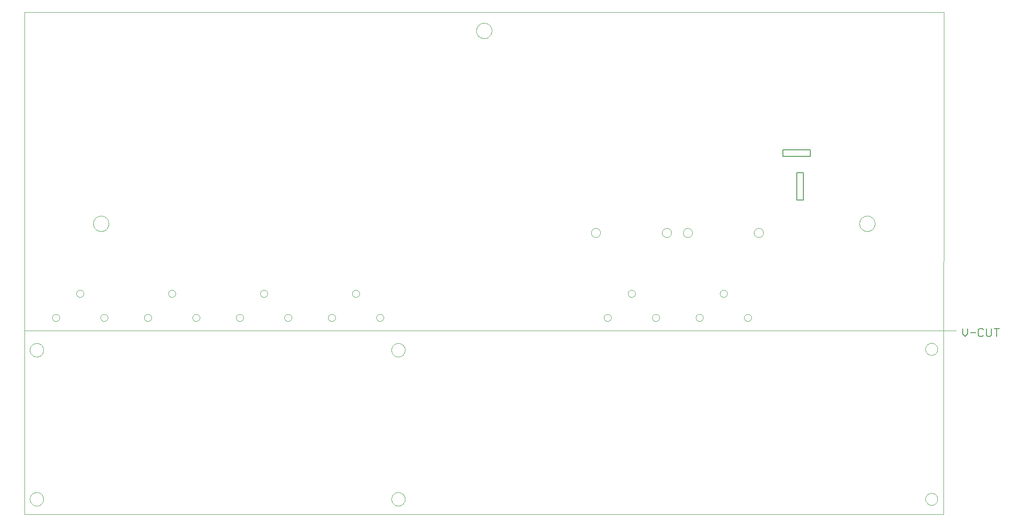
<source format=gbp>
G75*
%MOIN*%
%OFA0B0*%
%FSLAX24Y24*%
%IPPOS*%
%LPD*%
%AMOC8*
5,1,8,0,0,1.08239X$1,22.5*
%
%ADD10C,0.0000*%
%ADD11C,0.0060*%
%ADD12C,0.0050*%
D10*
X000500Y000250D02*
X000500Y015250D01*
X076500Y015250D01*
X074008Y013750D02*
X074010Y013794D01*
X074016Y013838D01*
X074026Y013881D01*
X074039Y013923D01*
X074057Y013963D01*
X074078Y014002D01*
X074102Y014039D01*
X074129Y014074D01*
X074160Y014106D01*
X074193Y014135D01*
X074229Y014161D01*
X074267Y014183D01*
X074307Y014202D01*
X074348Y014218D01*
X074391Y014230D01*
X074434Y014238D01*
X074478Y014242D01*
X074522Y014242D01*
X074566Y014238D01*
X074609Y014230D01*
X074652Y014218D01*
X074693Y014202D01*
X074733Y014183D01*
X074771Y014161D01*
X074807Y014135D01*
X074840Y014106D01*
X074871Y014074D01*
X074898Y014039D01*
X074922Y014002D01*
X074943Y013963D01*
X074961Y013923D01*
X074974Y013881D01*
X074984Y013838D01*
X074990Y013794D01*
X074992Y013750D01*
X074990Y013706D01*
X074984Y013662D01*
X074974Y013619D01*
X074961Y013577D01*
X074943Y013537D01*
X074922Y013498D01*
X074898Y013461D01*
X074871Y013426D01*
X074840Y013394D01*
X074807Y013365D01*
X074771Y013339D01*
X074733Y013317D01*
X074693Y013298D01*
X074652Y013282D01*
X074609Y013270D01*
X074566Y013262D01*
X074522Y013258D01*
X074478Y013258D01*
X074434Y013262D01*
X074391Y013270D01*
X074348Y013282D01*
X074307Y013298D01*
X074267Y013317D01*
X074229Y013339D01*
X074193Y013365D01*
X074160Y013394D01*
X074129Y013426D01*
X074102Y013461D01*
X074078Y013498D01*
X074057Y013537D01*
X074039Y013577D01*
X074026Y013619D01*
X074016Y013662D01*
X074010Y013706D01*
X074008Y013750D01*
X059213Y016313D02*
X059215Y016347D01*
X059221Y016381D01*
X059231Y016414D01*
X059244Y016445D01*
X059262Y016475D01*
X059282Y016503D01*
X059306Y016528D01*
X059332Y016550D01*
X059360Y016568D01*
X059391Y016584D01*
X059423Y016596D01*
X059457Y016604D01*
X059491Y016608D01*
X059525Y016608D01*
X059559Y016604D01*
X059593Y016596D01*
X059625Y016584D01*
X059655Y016568D01*
X059684Y016550D01*
X059710Y016528D01*
X059734Y016503D01*
X059754Y016475D01*
X059772Y016445D01*
X059785Y016414D01*
X059795Y016381D01*
X059801Y016347D01*
X059803Y016313D01*
X059801Y016279D01*
X059795Y016245D01*
X059785Y016212D01*
X059772Y016181D01*
X059754Y016151D01*
X059734Y016123D01*
X059710Y016098D01*
X059684Y016076D01*
X059656Y016058D01*
X059625Y016042D01*
X059593Y016030D01*
X059559Y016022D01*
X059525Y016018D01*
X059491Y016018D01*
X059457Y016022D01*
X059423Y016030D01*
X059391Y016042D01*
X059360Y016058D01*
X059332Y016076D01*
X059306Y016098D01*
X059282Y016123D01*
X059262Y016151D01*
X059244Y016181D01*
X059231Y016212D01*
X059221Y016245D01*
X059215Y016279D01*
X059213Y016313D01*
X055276Y016313D02*
X055278Y016347D01*
X055284Y016381D01*
X055294Y016414D01*
X055307Y016445D01*
X055325Y016475D01*
X055345Y016503D01*
X055369Y016528D01*
X055395Y016550D01*
X055423Y016568D01*
X055454Y016584D01*
X055486Y016596D01*
X055520Y016604D01*
X055554Y016608D01*
X055588Y016608D01*
X055622Y016604D01*
X055656Y016596D01*
X055688Y016584D01*
X055718Y016568D01*
X055747Y016550D01*
X055773Y016528D01*
X055797Y016503D01*
X055817Y016475D01*
X055835Y016445D01*
X055848Y016414D01*
X055858Y016381D01*
X055864Y016347D01*
X055866Y016313D01*
X055864Y016279D01*
X055858Y016245D01*
X055848Y016212D01*
X055835Y016181D01*
X055817Y016151D01*
X055797Y016123D01*
X055773Y016098D01*
X055747Y016076D01*
X055719Y016058D01*
X055688Y016042D01*
X055656Y016030D01*
X055622Y016022D01*
X055588Y016018D01*
X055554Y016018D01*
X055520Y016022D01*
X055486Y016030D01*
X055454Y016042D01*
X055423Y016058D01*
X055395Y016076D01*
X055369Y016098D01*
X055345Y016123D01*
X055325Y016151D01*
X055307Y016181D01*
X055294Y016212D01*
X055284Y016245D01*
X055278Y016279D01*
X055276Y016313D01*
X051713Y016313D02*
X051715Y016347D01*
X051721Y016381D01*
X051731Y016414D01*
X051744Y016445D01*
X051762Y016475D01*
X051782Y016503D01*
X051806Y016528D01*
X051832Y016550D01*
X051860Y016568D01*
X051891Y016584D01*
X051923Y016596D01*
X051957Y016604D01*
X051991Y016608D01*
X052025Y016608D01*
X052059Y016604D01*
X052093Y016596D01*
X052125Y016584D01*
X052155Y016568D01*
X052184Y016550D01*
X052210Y016528D01*
X052234Y016503D01*
X052254Y016475D01*
X052272Y016445D01*
X052285Y016414D01*
X052295Y016381D01*
X052301Y016347D01*
X052303Y016313D01*
X052301Y016279D01*
X052295Y016245D01*
X052285Y016212D01*
X052272Y016181D01*
X052254Y016151D01*
X052234Y016123D01*
X052210Y016098D01*
X052184Y016076D01*
X052156Y016058D01*
X052125Y016042D01*
X052093Y016030D01*
X052059Y016022D01*
X052025Y016018D01*
X051991Y016018D01*
X051957Y016022D01*
X051923Y016030D01*
X051891Y016042D01*
X051860Y016058D01*
X051832Y016076D01*
X051806Y016098D01*
X051782Y016123D01*
X051762Y016151D01*
X051744Y016181D01*
X051731Y016212D01*
X051721Y016245D01*
X051715Y016279D01*
X051713Y016313D01*
X049744Y018281D02*
X049746Y018315D01*
X049752Y018349D01*
X049762Y018382D01*
X049775Y018413D01*
X049793Y018443D01*
X049813Y018471D01*
X049837Y018496D01*
X049863Y018518D01*
X049891Y018536D01*
X049922Y018552D01*
X049954Y018564D01*
X049988Y018572D01*
X050022Y018576D01*
X050056Y018576D01*
X050090Y018572D01*
X050124Y018564D01*
X050156Y018552D01*
X050186Y018536D01*
X050215Y018518D01*
X050241Y018496D01*
X050265Y018471D01*
X050285Y018443D01*
X050303Y018413D01*
X050316Y018382D01*
X050326Y018349D01*
X050332Y018315D01*
X050334Y018281D01*
X050332Y018247D01*
X050326Y018213D01*
X050316Y018180D01*
X050303Y018149D01*
X050285Y018119D01*
X050265Y018091D01*
X050241Y018066D01*
X050215Y018044D01*
X050187Y018026D01*
X050156Y018010D01*
X050124Y017998D01*
X050090Y017990D01*
X050056Y017986D01*
X050022Y017986D01*
X049988Y017990D01*
X049954Y017998D01*
X049922Y018010D01*
X049891Y018026D01*
X049863Y018044D01*
X049837Y018066D01*
X049813Y018091D01*
X049793Y018119D01*
X049775Y018149D01*
X049762Y018180D01*
X049752Y018213D01*
X049746Y018247D01*
X049744Y018281D01*
X047776Y016313D02*
X047778Y016347D01*
X047784Y016381D01*
X047794Y016414D01*
X047807Y016445D01*
X047825Y016475D01*
X047845Y016503D01*
X047869Y016528D01*
X047895Y016550D01*
X047923Y016568D01*
X047954Y016584D01*
X047986Y016596D01*
X048020Y016604D01*
X048054Y016608D01*
X048088Y016608D01*
X048122Y016604D01*
X048156Y016596D01*
X048188Y016584D01*
X048218Y016568D01*
X048247Y016550D01*
X048273Y016528D01*
X048297Y016503D01*
X048317Y016475D01*
X048335Y016445D01*
X048348Y016414D01*
X048358Y016381D01*
X048364Y016347D01*
X048366Y016313D01*
X048364Y016279D01*
X048358Y016245D01*
X048348Y016212D01*
X048335Y016181D01*
X048317Y016151D01*
X048297Y016123D01*
X048273Y016098D01*
X048247Y016076D01*
X048219Y016058D01*
X048188Y016042D01*
X048156Y016030D01*
X048122Y016022D01*
X048088Y016018D01*
X048054Y016018D01*
X048020Y016022D01*
X047986Y016030D01*
X047954Y016042D01*
X047923Y016058D01*
X047895Y016076D01*
X047869Y016098D01*
X047845Y016123D01*
X047825Y016151D01*
X047807Y016181D01*
X047794Y016212D01*
X047784Y016245D01*
X047778Y016279D01*
X047776Y016313D01*
X057244Y018281D02*
X057246Y018315D01*
X057252Y018349D01*
X057262Y018382D01*
X057275Y018413D01*
X057293Y018443D01*
X057313Y018471D01*
X057337Y018496D01*
X057363Y018518D01*
X057391Y018536D01*
X057422Y018552D01*
X057454Y018564D01*
X057488Y018572D01*
X057522Y018576D01*
X057556Y018576D01*
X057590Y018572D01*
X057624Y018564D01*
X057656Y018552D01*
X057686Y018536D01*
X057715Y018518D01*
X057741Y018496D01*
X057765Y018471D01*
X057785Y018443D01*
X057803Y018413D01*
X057816Y018382D01*
X057826Y018349D01*
X057832Y018315D01*
X057834Y018281D01*
X057832Y018247D01*
X057826Y018213D01*
X057816Y018180D01*
X057803Y018149D01*
X057785Y018119D01*
X057765Y018091D01*
X057741Y018066D01*
X057715Y018044D01*
X057687Y018026D01*
X057656Y018010D01*
X057624Y017998D01*
X057590Y017990D01*
X057556Y017986D01*
X057522Y017986D01*
X057488Y017990D01*
X057454Y017998D01*
X057422Y018010D01*
X057391Y018026D01*
X057363Y018044D01*
X057337Y018066D01*
X057313Y018091D01*
X057293Y018119D01*
X057275Y018149D01*
X057262Y018180D01*
X057252Y018213D01*
X057246Y018247D01*
X057244Y018281D01*
X054231Y023250D02*
X054233Y023288D01*
X054239Y023327D01*
X054249Y023364D01*
X054262Y023400D01*
X054280Y023434D01*
X054300Y023467D01*
X054324Y023497D01*
X054351Y023524D01*
X054381Y023549D01*
X054412Y023571D01*
X054446Y023589D01*
X054482Y023603D01*
X054519Y023614D01*
X054557Y023621D01*
X054595Y023624D01*
X054634Y023623D01*
X054672Y023618D01*
X054710Y023609D01*
X054746Y023596D01*
X054781Y023580D01*
X054814Y023560D01*
X054845Y023537D01*
X054873Y023511D01*
X054898Y023482D01*
X054921Y023451D01*
X054940Y023417D01*
X054955Y023382D01*
X054967Y023345D01*
X054975Y023308D01*
X054979Y023269D01*
X054979Y023231D01*
X054975Y023192D01*
X054967Y023155D01*
X054955Y023118D01*
X054940Y023083D01*
X054921Y023049D01*
X054898Y023018D01*
X054873Y022989D01*
X054845Y022963D01*
X054814Y022940D01*
X054781Y022920D01*
X054746Y022904D01*
X054710Y022891D01*
X054672Y022882D01*
X054634Y022877D01*
X054595Y022876D01*
X054557Y022879D01*
X054519Y022886D01*
X054482Y022897D01*
X054446Y022911D01*
X054412Y022929D01*
X054381Y022951D01*
X054351Y022976D01*
X054324Y023003D01*
X054300Y023033D01*
X054280Y023066D01*
X054262Y023100D01*
X054249Y023136D01*
X054239Y023173D01*
X054233Y023212D01*
X054231Y023250D01*
X052521Y023250D02*
X052523Y023288D01*
X052529Y023327D01*
X052539Y023364D01*
X052552Y023400D01*
X052570Y023434D01*
X052590Y023467D01*
X052614Y023497D01*
X052641Y023524D01*
X052671Y023549D01*
X052702Y023571D01*
X052736Y023589D01*
X052772Y023603D01*
X052809Y023614D01*
X052847Y023621D01*
X052885Y023624D01*
X052924Y023623D01*
X052962Y023618D01*
X053000Y023609D01*
X053036Y023596D01*
X053071Y023580D01*
X053104Y023560D01*
X053135Y023537D01*
X053163Y023511D01*
X053188Y023482D01*
X053211Y023451D01*
X053230Y023417D01*
X053245Y023382D01*
X053257Y023345D01*
X053265Y023308D01*
X053269Y023269D01*
X053269Y023231D01*
X053265Y023192D01*
X053257Y023155D01*
X053245Y023118D01*
X053230Y023083D01*
X053211Y023049D01*
X053188Y023018D01*
X053163Y022989D01*
X053135Y022963D01*
X053104Y022940D01*
X053071Y022920D01*
X053036Y022904D01*
X053000Y022891D01*
X052962Y022882D01*
X052924Y022877D01*
X052885Y022876D01*
X052847Y022879D01*
X052809Y022886D01*
X052772Y022897D01*
X052736Y022911D01*
X052702Y022929D01*
X052671Y022951D01*
X052641Y022976D01*
X052614Y023003D01*
X052590Y023033D01*
X052570Y023066D01*
X052552Y023100D01*
X052539Y023136D01*
X052529Y023173D01*
X052523Y023212D01*
X052521Y023250D01*
X046731Y023250D02*
X046733Y023288D01*
X046739Y023327D01*
X046749Y023364D01*
X046762Y023400D01*
X046780Y023434D01*
X046800Y023467D01*
X046824Y023497D01*
X046851Y023524D01*
X046881Y023549D01*
X046912Y023571D01*
X046946Y023589D01*
X046982Y023603D01*
X047019Y023614D01*
X047057Y023621D01*
X047095Y023624D01*
X047134Y023623D01*
X047172Y023618D01*
X047210Y023609D01*
X047246Y023596D01*
X047281Y023580D01*
X047314Y023560D01*
X047345Y023537D01*
X047373Y023511D01*
X047398Y023482D01*
X047421Y023451D01*
X047440Y023417D01*
X047455Y023382D01*
X047467Y023345D01*
X047475Y023308D01*
X047479Y023269D01*
X047479Y023231D01*
X047475Y023192D01*
X047467Y023155D01*
X047455Y023118D01*
X047440Y023083D01*
X047421Y023049D01*
X047398Y023018D01*
X047373Y022989D01*
X047345Y022963D01*
X047314Y022940D01*
X047281Y022920D01*
X047246Y022904D01*
X047210Y022891D01*
X047172Y022882D01*
X047134Y022877D01*
X047095Y022876D01*
X047057Y022879D01*
X047019Y022886D01*
X046982Y022897D01*
X046946Y022911D01*
X046912Y022929D01*
X046881Y022951D01*
X046851Y022976D01*
X046824Y023003D01*
X046800Y023033D01*
X046780Y023066D01*
X046762Y023100D01*
X046749Y023136D01*
X046739Y023173D01*
X046733Y023212D01*
X046731Y023250D01*
X060021Y023250D02*
X060023Y023288D01*
X060029Y023327D01*
X060039Y023364D01*
X060052Y023400D01*
X060070Y023434D01*
X060090Y023467D01*
X060114Y023497D01*
X060141Y023524D01*
X060171Y023549D01*
X060202Y023571D01*
X060236Y023589D01*
X060272Y023603D01*
X060309Y023614D01*
X060347Y023621D01*
X060385Y023624D01*
X060424Y023623D01*
X060462Y023618D01*
X060500Y023609D01*
X060536Y023596D01*
X060571Y023580D01*
X060604Y023560D01*
X060635Y023537D01*
X060663Y023511D01*
X060688Y023482D01*
X060711Y023451D01*
X060730Y023417D01*
X060745Y023382D01*
X060757Y023345D01*
X060765Y023308D01*
X060769Y023269D01*
X060769Y023231D01*
X060765Y023192D01*
X060757Y023155D01*
X060745Y023118D01*
X060730Y023083D01*
X060711Y023049D01*
X060688Y023018D01*
X060663Y022989D01*
X060635Y022963D01*
X060604Y022940D01*
X060571Y022920D01*
X060536Y022904D01*
X060500Y022891D01*
X060462Y022882D01*
X060424Y022877D01*
X060385Y022876D01*
X060347Y022879D01*
X060309Y022886D01*
X060272Y022897D01*
X060236Y022911D01*
X060202Y022929D01*
X060171Y022951D01*
X060141Y022976D01*
X060114Y023003D01*
X060090Y023033D01*
X060070Y023066D01*
X060052Y023100D01*
X060039Y023136D01*
X060029Y023173D01*
X060023Y023212D01*
X060021Y023250D01*
X068620Y024000D02*
X068622Y024050D01*
X068628Y024100D01*
X068638Y024149D01*
X068652Y024197D01*
X068669Y024244D01*
X068690Y024289D01*
X068715Y024333D01*
X068743Y024374D01*
X068775Y024413D01*
X068809Y024450D01*
X068846Y024484D01*
X068886Y024514D01*
X068928Y024541D01*
X068972Y024565D01*
X069018Y024586D01*
X069065Y024602D01*
X069113Y024615D01*
X069163Y024624D01*
X069212Y024629D01*
X069263Y024630D01*
X069313Y024627D01*
X069362Y024620D01*
X069411Y024609D01*
X069459Y024594D01*
X069505Y024576D01*
X069550Y024554D01*
X069593Y024528D01*
X069634Y024499D01*
X069673Y024467D01*
X069709Y024432D01*
X069741Y024394D01*
X069771Y024354D01*
X069798Y024311D01*
X069821Y024267D01*
X069840Y024221D01*
X069856Y024173D01*
X069868Y024124D01*
X069876Y024075D01*
X069880Y024025D01*
X069880Y023975D01*
X069876Y023925D01*
X069868Y023876D01*
X069856Y023827D01*
X069840Y023779D01*
X069821Y023733D01*
X069798Y023689D01*
X069771Y023646D01*
X069741Y023606D01*
X069709Y023568D01*
X069673Y023533D01*
X069634Y023501D01*
X069593Y023472D01*
X069550Y023446D01*
X069505Y023424D01*
X069459Y023406D01*
X069411Y023391D01*
X069362Y023380D01*
X069313Y023373D01*
X069263Y023370D01*
X069212Y023371D01*
X069163Y023376D01*
X069113Y023385D01*
X069065Y023398D01*
X069018Y023414D01*
X068972Y023435D01*
X068928Y023459D01*
X068886Y023486D01*
X068846Y023516D01*
X068809Y023550D01*
X068775Y023587D01*
X068743Y023626D01*
X068715Y023667D01*
X068690Y023711D01*
X068669Y023756D01*
X068652Y023803D01*
X068638Y023851D01*
X068628Y023900D01*
X068622Y023950D01*
X068620Y024000D01*
X037370Y039750D02*
X037372Y039800D01*
X037378Y039850D01*
X037388Y039899D01*
X037402Y039947D01*
X037419Y039994D01*
X037440Y040039D01*
X037465Y040083D01*
X037493Y040124D01*
X037525Y040163D01*
X037559Y040200D01*
X037596Y040234D01*
X037636Y040264D01*
X037678Y040291D01*
X037722Y040315D01*
X037768Y040336D01*
X037815Y040352D01*
X037863Y040365D01*
X037913Y040374D01*
X037962Y040379D01*
X038013Y040380D01*
X038063Y040377D01*
X038112Y040370D01*
X038161Y040359D01*
X038209Y040344D01*
X038255Y040326D01*
X038300Y040304D01*
X038343Y040278D01*
X038384Y040249D01*
X038423Y040217D01*
X038459Y040182D01*
X038491Y040144D01*
X038521Y040104D01*
X038548Y040061D01*
X038571Y040017D01*
X038590Y039971D01*
X038606Y039923D01*
X038618Y039874D01*
X038626Y039825D01*
X038630Y039775D01*
X038630Y039725D01*
X038626Y039675D01*
X038618Y039626D01*
X038606Y039577D01*
X038590Y039529D01*
X038571Y039483D01*
X038548Y039439D01*
X038521Y039396D01*
X038491Y039356D01*
X038459Y039318D01*
X038423Y039283D01*
X038384Y039251D01*
X038343Y039222D01*
X038300Y039196D01*
X038255Y039174D01*
X038209Y039156D01*
X038161Y039141D01*
X038112Y039130D01*
X038063Y039123D01*
X038013Y039120D01*
X037962Y039121D01*
X037913Y039126D01*
X037863Y039135D01*
X037815Y039148D01*
X037768Y039164D01*
X037722Y039185D01*
X037678Y039209D01*
X037636Y039236D01*
X037596Y039266D01*
X037559Y039300D01*
X037525Y039337D01*
X037493Y039376D01*
X037465Y039417D01*
X037440Y039461D01*
X037419Y039506D01*
X037402Y039553D01*
X037388Y039601D01*
X037378Y039650D01*
X037372Y039700D01*
X037370Y039750D01*
X006120Y024000D02*
X006122Y024050D01*
X006128Y024100D01*
X006138Y024149D01*
X006152Y024197D01*
X006169Y024244D01*
X006190Y024289D01*
X006215Y024333D01*
X006243Y024374D01*
X006275Y024413D01*
X006309Y024450D01*
X006346Y024484D01*
X006386Y024514D01*
X006428Y024541D01*
X006472Y024565D01*
X006518Y024586D01*
X006565Y024602D01*
X006613Y024615D01*
X006663Y024624D01*
X006712Y024629D01*
X006763Y024630D01*
X006813Y024627D01*
X006862Y024620D01*
X006911Y024609D01*
X006959Y024594D01*
X007005Y024576D01*
X007050Y024554D01*
X007093Y024528D01*
X007134Y024499D01*
X007173Y024467D01*
X007209Y024432D01*
X007241Y024394D01*
X007271Y024354D01*
X007298Y024311D01*
X007321Y024267D01*
X007340Y024221D01*
X007356Y024173D01*
X007368Y024124D01*
X007376Y024075D01*
X007380Y024025D01*
X007380Y023975D01*
X007376Y023925D01*
X007368Y023876D01*
X007356Y023827D01*
X007340Y023779D01*
X007321Y023733D01*
X007298Y023689D01*
X007271Y023646D01*
X007241Y023606D01*
X007209Y023568D01*
X007173Y023533D01*
X007134Y023501D01*
X007093Y023472D01*
X007050Y023446D01*
X007005Y023424D01*
X006959Y023406D01*
X006911Y023391D01*
X006862Y023380D01*
X006813Y023373D01*
X006763Y023370D01*
X006712Y023371D01*
X006663Y023376D01*
X006613Y023385D01*
X006565Y023398D01*
X006518Y023414D01*
X006472Y023435D01*
X006428Y023459D01*
X006386Y023486D01*
X006346Y023516D01*
X006309Y023550D01*
X006275Y023587D01*
X006243Y023626D01*
X006215Y023667D01*
X006190Y023711D01*
X006169Y023756D01*
X006152Y023803D01*
X006138Y023851D01*
X006128Y023900D01*
X006122Y023950D01*
X006120Y024000D01*
X004744Y018281D02*
X004746Y018315D01*
X004752Y018349D01*
X004762Y018382D01*
X004775Y018413D01*
X004793Y018443D01*
X004813Y018471D01*
X004837Y018496D01*
X004863Y018518D01*
X004891Y018536D01*
X004922Y018552D01*
X004954Y018564D01*
X004988Y018572D01*
X005022Y018576D01*
X005056Y018576D01*
X005090Y018572D01*
X005124Y018564D01*
X005156Y018552D01*
X005186Y018536D01*
X005215Y018518D01*
X005241Y018496D01*
X005265Y018471D01*
X005285Y018443D01*
X005303Y018413D01*
X005316Y018382D01*
X005326Y018349D01*
X005332Y018315D01*
X005334Y018281D01*
X005332Y018247D01*
X005326Y018213D01*
X005316Y018180D01*
X005303Y018149D01*
X005285Y018119D01*
X005265Y018091D01*
X005241Y018066D01*
X005215Y018044D01*
X005187Y018026D01*
X005156Y018010D01*
X005124Y017998D01*
X005090Y017990D01*
X005056Y017986D01*
X005022Y017986D01*
X004988Y017990D01*
X004954Y017998D01*
X004922Y018010D01*
X004891Y018026D01*
X004863Y018044D01*
X004837Y018066D01*
X004813Y018091D01*
X004793Y018119D01*
X004775Y018149D01*
X004762Y018180D01*
X004752Y018213D01*
X004746Y018247D01*
X004744Y018281D01*
X002776Y016313D02*
X002778Y016347D01*
X002784Y016381D01*
X002794Y016414D01*
X002807Y016445D01*
X002825Y016475D01*
X002845Y016503D01*
X002869Y016528D01*
X002895Y016550D01*
X002923Y016568D01*
X002954Y016584D01*
X002986Y016596D01*
X003020Y016604D01*
X003054Y016608D01*
X003088Y016608D01*
X003122Y016604D01*
X003156Y016596D01*
X003188Y016584D01*
X003218Y016568D01*
X003247Y016550D01*
X003273Y016528D01*
X003297Y016503D01*
X003317Y016475D01*
X003335Y016445D01*
X003348Y016414D01*
X003358Y016381D01*
X003364Y016347D01*
X003366Y016313D01*
X003364Y016279D01*
X003358Y016245D01*
X003348Y016212D01*
X003335Y016181D01*
X003317Y016151D01*
X003297Y016123D01*
X003273Y016098D01*
X003247Y016076D01*
X003219Y016058D01*
X003188Y016042D01*
X003156Y016030D01*
X003122Y016022D01*
X003088Y016018D01*
X003054Y016018D01*
X003020Y016022D01*
X002986Y016030D01*
X002954Y016042D01*
X002923Y016058D01*
X002895Y016076D01*
X002869Y016098D01*
X002845Y016123D01*
X002825Y016151D01*
X002807Y016181D01*
X002794Y016212D01*
X002784Y016245D01*
X002778Y016279D01*
X002776Y016313D01*
X000500Y015250D02*
X000500Y041250D01*
X075500Y041250D01*
X075492Y000250D01*
X000500Y000250D01*
X000949Y001500D02*
X000951Y001547D01*
X000957Y001593D01*
X000967Y001639D01*
X000980Y001684D01*
X000998Y001727D01*
X001019Y001769D01*
X001043Y001809D01*
X001071Y001846D01*
X001102Y001881D01*
X001136Y001914D01*
X001172Y001943D01*
X001211Y001969D01*
X001252Y001992D01*
X001295Y002011D01*
X001339Y002027D01*
X001384Y002039D01*
X001430Y002047D01*
X001477Y002051D01*
X001523Y002051D01*
X001570Y002047D01*
X001616Y002039D01*
X001661Y002027D01*
X001705Y002011D01*
X001748Y001992D01*
X001789Y001969D01*
X001828Y001943D01*
X001864Y001914D01*
X001898Y001881D01*
X001929Y001846D01*
X001957Y001809D01*
X001981Y001769D01*
X002002Y001727D01*
X002020Y001684D01*
X002033Y001639D01*
X002043Y001593D01*
X002049Y001547D01*
X002051Y001500D01*
X002049Y001453D01*
X002043Y001407D01*
X002033Y001361D01*
X002020Y001316D01*
X002002Y001273D01*
X001981Y001231D01*
X001957Y001191D01*
X001929Y001154D01*
X001898Y001119D01*
X001864Y001086D01*
X001828Y001057D01*
X001789Y001031D01*
X001748Y001008D01*
X001705Y000989D01*
X001661Y000973D01*
X001616Y000961D01*
X001570Y000953D01*
X001523Y000949D01*
X001477Y000949D01*
X001430Y000953D01*
X001384Y000961D01*
X001339Y000973D01*
X001295Y000989D01*
X001252Y001008D01*
X001211Y001031D01*
X001172Y001057D01*
X001136Y001086D01*
X001102Y001119D01*
X001071Y001154D01*
X001043Y001191D01*
X001019Y001231D01*
X000998Y001273D01*
X000980Y001316D01*
X000967Y001361D01*
X000957Y001407D01*
X000951Y001453D01*
X000949Y001500D01*
X000949Y013673D02*
X000951Y013720D01*
X000957Y013766D01*
X000967Y013812D01*
X000980Y013857D01*
X000998Y013900D01*
X001019Y013942D01*
X001043Y013982D01*
X001071Y014019D01*
X001102Y014054D01*
X001136Y014087D01*
X001172Y014116D01*
X001211Y014142D01*
X001252Y014165D01*
X001295Y014184D01*
X001339Y014200D01*
X001384Y014212D01*
X001430Y014220D01*
X001477Y014224D01*
X001523Y014224D01*
X001570Y014220D01*
X001616Y014212D01*
X001661Y014200D01*
X001705Y014184D01*
X001748Y014165D01*
X001789Y014142D01*
X001828Y014116D01*
X001864Y014087D01*
X001898Y014054D01*
X001929Y014019D01*
X001957Y013982D01*
X001981Y013942D01*
X002002Y013900D01*
X002020Y013857D01*
X002033Y013812D01*
X002043Y013766D01*
X002049Y013720D01*
X002051Y013673D01*
X002049Y013626D01*
X002043Y013580D01*
X002033Y013534D01*
X002020Y013489D01*
X002002Y013446D01*
X001981Y013404D01*
X001957Y013364D01*
X001929Y013327D01*
X001898Y013292D01*
X001864Y013259D01*
X001828Y013230D01*
X001789Y013204D01*
X001748Y013181D01*
X001705Y013162D01*
X001661Y013146D01*
X001616Y013134D01*
X001570Y013126D01*
X001523Y013122D01*
X001477Y013122D01*
X001430Y013126D01*
X001384Y013134D01*
X001339Y013146D01*
X001295Y013162D01*
X001252Y013181D01*
X001211Y013204D01*
X001172Y013230D01*
X001136Y013259D01*
X001102Y013292D01*
X001071Y013327D01*
X001043Y013364D01*
X001019Y013404D01*
X000998Y013446D01*
X000980Y013489D01*
X000967Y013534D01*
X000957Y013580D01*
X000951Y013626D01*
X000949Y013673D01*
X006713Y016313D02*
X006715Y016347D01*
X006721Y016381D01*
X006731Y016414D01*
X006744Y016445D01*
X006762Y016475D01*
X006782Y016503D01*
X006806Y016528D01*
X006832Y016550D01*
X006860Y016568D01*
X006891Y016584D01*
X006923Y016596D01*
X006957Y016604D01*
X006991Y016608D01*
X007025Y016608D01*
X007059Y016604D01*
X007093Y016596D01*
X007125Y016584D01*
X007155Y016568D01*
X007184Y016550D01*
X007210Y016528D01*
X007234Y016503D01*
X007254Y016475D01*
X007272Y016445D01*
X007285Y016414D01*
X007295Y016381D01*
X007301Y016347D01*
X007303Y016313D01*
X007301Y016279D01*
X007295Y016245D01*
X007285Y016212D01*
X007272Y016181D01*
X007254Y016151D01*
X007234Y016123D01*
X007210Y016098D01*
X007184Y016076D01*
X007156Y016058D01*
X007125Y016042D01*
X007093Y016030D01*
X007059Y016022D01*
X007025Y016018D01*
X006991Y016018D01*
X006957Y016022D01*
X006923Y016030D01*
X006891Y016042D01*
X006860Y016058D01*
X006832Y016076D01*
X006806Y016098D01*
X006782Y016123D01*
X006762Y016151D01*
X006744Y016181D01*
X006731Y016212D01*
X006721Y016245D01*
X006715Y016279D01*
X006713Y016313D01*
X010276Y016313D02*
X010278Y016347D01*
X010284Y016381D01*
X010294Y016414D01*
X010307Y016445D01*
X010325Y016475D01*
X010345Y016503D01*
X010369Y016528D01*
X010395Y016550D01*
X010423Y016568D01*
X010454Y016584D01*
X010486Y016596D01*
X010520Y016604D01*
X010554Y016608D01*
X010588Y016608D01*
X010622Y016604D01*
X010656Y016596D01*
X010688Y016584D01*
X010718Y016568D01*
X010747Y016550D01*
X010773Y016528D01*
X010797Y016503D01*
X010817Y016475D01*
X010835Y016445D01*
X010848Y016414D01*
X010858Y016381D01*
X010864Y016347D01*
X010866Y016313D01*
X010864Y016279D01*
X010858Y016245D01*
X010848Y016212D01*
X010835Y016181D01*
X010817Y016151D01*
X010797Y016123D01*
X010773Y016098D01*
X010747Y016076D01*
X010719Y016058D01*
X010688Y016042D01*
X010656Y016030D01*
X010622Y016022D01*
X010588Y016018D01*
X010554Y016018D01*
X010520Y016022D01*
X010486Y016030D01*
X010454Y016042D01*
X010423Y016058D01*
X010395Y016076D01*
X010369Y016098D01*
X010345Y016123D01*
X010325Y016151D01*
X010307Y016181D01*
X010294Y016212D01*
X010284Y016245D01*
X010278Y016279D01*
X010276Y016313D01*
X012244Y018281D02*
X012246Y018315D01*
X012252Y018349D01*
X012262Y018382D01*
X012275Y018413D01*
X012293Y018443D01*
X012313Y018471D01*
X012337Y018496D01*
X012363Y018518D01*
X012391Y018536D01*
X012422Y018552D01*
X012454Y018564D01*
X012488Y018572D01*
X012522Y018576D01*
X012556Y018576D01*
X012590Y018572D01*
X012624Y018564D01*
X012656Y018552D01*
X012686Y018536D01*
X012715Y018518D01*
X012741Y018496D01*
X012765Y018471D01*
X012785Y018443D01*
X012803Y018413D01*
X012816Y018382D01*
X012826Y018349D01*
X012832Y018315D01*
X012834Y018281D01*
X012832Y018247D01*
X012826Y018213D01*
X012816Y018180D01*
X012803Y018149D01*
X012785Y018119D01*
X012765Y018091D01*
X012741Y018066D01*
X012715Y018044D01*
X012687Y018026D01*
X012656Y018010D01*
X012624Y017998D01*
X012590Y017990D01*
X012556Y017986D01*
X012522Y017986D01*
X012488Y017990D01*
X012454Y017998D01*
X012422Y018010D01*
X012391Y018026D01*
X012363Y018044D01*
X012337Y018066D01*
X012313Y018091D01*
X012293Y018119D01*
X012275Y018149D01*
X012262Y018180D01*
X012252Y018213D01*
X012246Y018247D01*
X012244Y018281D01*
X014213Y016313D02*
X014215Y016347D01*
X014221Y016381D01*
X014231Y016414D01*
X014244Y016445D01*
X014262Y016475D01*
X014282Y016503D01*
X014306Y016528D01*
X014332Y016550D01*
X014360Y016568D01*
X014391Y016584D01*
X014423Y016596D01*
X014457Y016604D01*
X014491Y016608D01*
X014525Y016608D01*
X014559Y016604D01*
X014593Y016596D01*
X014625Y016584D01*
X014655Y016568D01*
X014684Y016550D01*
X014710Y016528D01*
X014734Y016503D01*
X014754Y016475D01*
X014772Y016445D01*
X014785Y016414D01*
X014795Y016381D01*
X014801Y016347D01*
X014803Y016313D01*
X014801Y016279D01*
X014795Y016245D01*
X014785Y016212D01*
X014772Y016181D01*
X014754Y016151D01*
X014734Y016123D01*
X014710Y016098D01*
X014684Y016076D01*
X014656Y016058D01*
X014625Y016042D01*
X014593Y016030D01*
X014559Y016022D01*
X014525Y016018D01*
X014491Y016018D01*
X014457Y016022D01*
X014423Y016030D01*
X014391Y016042D01*
X014360Y016058D01*
X014332Y016076D01*
X014306Y016098D01*
X014282Y016123D01*
X014262Y016151D01*
X014244Y016181D01*
X014231Y016212D01*
X014221Y016245D01*
X014215Y016279D01*
X014213Y016313D01*
X017776Y016313D02*
X017778Y016347D01*
X017784Y016381D01*
X017794Y016414D01*
X017807Y016445D01*
X017825Y016475D01*
X017845Y016503D01*
X017869Y016528D01*
X017895Y016550D01*
X017923Y016568D01*
X017954Y016584D01*
X017986Y016596D01*
X018020Y016604D01*
X018054Y016608D01*
X018088Y016608D01*
X018122Y016604D01*
X018156Y016596D01*
X018188Y016584D01*
X018218Y016568D01*
X018247Y016550D01*
X018273Y016528D01*
X018297Y016503D01*
X018317Y016475D01*
X018335Y016445D01*
X018348Y016414D01*
X018358Y016381D01*
X018364Y016347D01*
X018366Y016313D01*
X018364Y016279D01*
X018358Y016245D01*
X018348Y016212D01*
X018335Y016181D01*
X018317Y016151D01*
X018297Y016123D01*
X018273Y016098D01*
X018247Y016076D01*
X018219Y016058D01*
X018188Y016042D01*
X018156Y016030D01*
X018122Y016022D01*
X018088Y016018D01*
X018054Y016018D01*
X018020Y016022D01*
X017986Y016030D01*
X017954Y016042D01*
X017923Y016058D01*
X017895Y016076D01*
X017869Y016098D01*
X017845Y016123D01*
X017825Y016151D01*
X017807Y016181D01*
X017794Y016212D01*
X017784Y016245D01*
X017778Y016279D01*
X017776Y016313D01*
X019744Y018281D02*
X019746Y018315D01*
X019752Y018349D01*
X019762Y018382D01*
X019775Y018413D01*
X019793Y018443D01*
X019813Y018471D01*
X019837Y018496D01*
X019863Y018518D01*
X019891Y018536D01*
X019922Y018552D01*
X019954Y018564D01*
X019988Y018572D01*
X020022Y018576D01*
X020056Y018576D01*
X020090Y018572D01*
X020124Y018564D01*
X020156Y018552D01*
X020186Y018536D01*
X020215Y018518D01*
X020241Y018496D01*
X020265Y018471D01*
X020285Y018443D01*
X020303Y018413D01*
X020316Y018382D01*
X020326Y018349D01*
X020332Y018315D01*
X020334Y018281D01*
X020332Y018247D01*
X020326Y018213D01*
X020316Y018180D01*
X020303Y018149D01*
X020285Y018119D01*
X020265Y018091D01*
X020241Y018066D01*
X020215Y018044D01*
X020187Y018026D01*
X020156Y018010D01*
X020124Y017998D01*
X020090Y017990D01*
X020056Y017986D01*
X020022Y017986D01*
X019988Y017990D01*
X019954Y017998D01*
X019922Y018010D01*
X019891Y018026D01*
X019863Y018044D01*
X019837Y018066D01*
X019813Y018091D01*
X019793Y018119D01*
X019775Y018149D01*
X019762Y018180D01*
X019752Y018213D01*
X019746Y018247D01*
X019744Y018281D01*
X021713Y016313D02*
X021715Y016347D01*
X021721Y016381D01*
X021731Y016414D01*
X021744Y016445D01*
X021762Y016475D01*
X021782Y016503D01*
X021806Y016528D01*
X021832Y016550D01*
X021860Y016568D01*
X021891Y016584D01*
X021923Y016596D01*
X021957Y016604D01*
X021991Y016608D01*
X022025Y016608D01*
X022059Y016604D01*
X022093Y016596D01*
X022125Y016584D01*
X022155Y016568D01*
X022184Y016550D01*
X022210Y016528D01*
X022234Y016503D01*
X022254Y016475D01*
X022272Y016445D01*
X022285Y016414D01*
X022295Y016381D01*
X022301Y016347D01*
X022303Y016313D01*
X022301Y016279D01*
X022295Y016245D01*
X022285Y016212D01*
X022272Y016181D01*
X022254Y016151D01*
X022234Y016123D01*
X022210Y016098D01*
X022184Y016076D01*
X022156Y016058D01*
X022125Y016042D01*
X022093Y016030D01*
X022059Y016022D01*
X022025Y016018D01*
X021991Y016018D01*
X021957Y016022D01*
X021923Y016030D01*
X021891Y016042D01*
X021860Y016058D01*
X021832Y016076D01*
X021806Y016098D01*
X021782Y016123D01*
X021762Y016151D01*
X021744Y016181D01*
X021731Y016212D01*
X021721Y016245D01*
X021715Y016279D01*
X021713Y016313D01*
X025276Y016313D02*
X025278Y016347D01*
X025284Y016381D01*
X025294Y016414D01*
X025307Y016445D01*
X025325Y016475D01*
X025345Y016503D01*
X025369Y016528D01*
X025395Y016550D01*
X025423Y016568D01*
X025454Y016584D01*
X025486Y016596D01*
X025520Y016604D01*
X025554Y016608D01*
X025588Y016608D01*
X025622Y016604D01*
X025656Y016596D01*
X025688Y016584D01*
X025718Y016568D01*
X025747Y016550D01*
X025773Y016528D01*
X025797Y016503D01*
X025817Y016475D01*
X025835Y016445D01*
X025848Y016414D01*
X025858Y016381D01*
X025864Y016347D01*
X025866Y016313D01*
X025864Y016279D01*
X025858Y016245D01*
X025848Y016212D01*
X025835Y016181D01*
X025817Y016151D01*
X025797Y016123D01*
X025773Y016098D01*
X025747Y016076D01*
X025719Y016058D01*
X025688Y016042D01*
X025656Y016030D01*
X025622Y016022D01*
X025588Y016018D01*
X025554Y016018D01*
X025520Y016022D01*
X025486Y016030D01*
X025454Y016042D01*
X025423Y016058D01*
X025395Y016076D01*
X025369Y016098D01*
X025345Y016123D01*
X025325Y016151D01*
X025307Y016181D01*
X025294Y016212D01*
X025284Y016245D01*
X025278Y016279D01*
X025276Y016313D01*
X027244Y018281D02*
X027246Y018315D01*
X027252Y018349D01*
X027262Y018382D01*
X027275Y018413D01*
X027293Y018443D01*
X027313Y018471D01*
X027337Y018496D01*
X027363Y018518D01*
X027391Y018536D01*
X027422Y018552D01*
X027454Y018564D01*
X027488Y018572D01*
X027522Y018576D01*
X027556Y018576D01*
X027590Y018572D01*
X027624Y018564D01*
X027656Y018552D01*
X027686Y018536D01*
X027715Y018518D01*
X027741Y018496D01*
X027765Y018471D01*
X027785Y018443D01*
X027803Y018413D01*
X027816Y018382D01*
X027826Y018349D01*
X027832Y018315D01*
X027834Y018281D01*
X027832Y018247D01*
X027826Y018213D01*
X027816Y018180D01*
X027803Y018149D01*
X027785Y018119D01*
X027765Y018091D01*
X027741Y018066D01*
X027715Y018044D01*
X027687Y018026D01*
X027656Y018010D01*
X027624Y017998D01*
X027590Y017990D01*
X027556Y017986D01*
X027522Y017986D01*
X027488Y017990D01*
X027454Y017998D01*
X027422Y018010D01*
X027391Y018026D01*
X027363Y018044D01*
X027337Y018066D01*
X027313Y018091D01*
X027293Y018119D01*
X027275Y018149D01*
X027262Y018180D01*
X027252Y018213D01*
X027246Y018247D01*
X027244Y018281D01*
X029213Y016313D02*
X029215Y016347D01*
X029221Y016381D01*
X029231Y016414D01*
X029244Y016445D01*
X029262Y016475D01*
X029282Y016503D01*
X029306Y016528D01*
X029332Y016550D01*
X029360Y016568D01*
X029391Y016584D01*
X029423Y016596D01*
X029457Y016604D01*
X029491Y016608D01*
X029525Y016608D01*
X029559Y016604D01*
X029593Y016596D01*
X029625Y016584D01*
X029655Y016568D01*
X029684Y016550D01*
X029710Y016528D01*
X029734Y016503D01*
X029754Y016475D01*
X029772Y016445D01*
X029785Y016414D01*
X029795Y016381D01*
X029801Y016347D01*
X029803Y016313D01*
X029801Y016279D01*
X029795Y016245D01*
X029785Y016212D01*
X029772Y016181D01*
X029754Y016151D01*
X029734Y016123D01*
X029710Y016098D01*
X029684Y016076D01*
X029656Y016058D01*
X029625Y016042D01*
X029593Y016030D01*
X029559Y016022D01*
X029525Y016018D01*
X029491Y016018D01*
X029457Y016022D01*
X029423Y016030D01*
X029391Y016042D01*
X029360Y016058D01*
X029332Y016076D01*
X029306Y016098D01*
X029282Y016123D01*
X029262Y016151D01*
X029244Y016181D01*
X029231Y016212D01*
X029221Y016245D01*
X029215Y016279D01*
X029213Y016313D01*
X030445Y013673D02*
X030447Y013720D01*
X030453Y013766D01*
X030463Y013812D01*
X030476Y013857D01*
X030494Y013900D01*
X030515Y013942D01*
X030539Y013982D01*
X030567Y014019D01*
X030598Y014054D01*
X030632Y014087D01*
X030668Y014116D01*
X030707Y014142D01*
X030748Y014165D01*
X030791Y014184D01*
X030835Y014200D01*
X030880Y014212D01*
X030926Y014220D01*
X030973Y014224D01*
X031019Y014224D01*
X031066Y014220D01*
X031112Y014212D01*
X031157Y014200D01*
X031201Y014184D01*
X031244Y014165D01*
X031285Y014142D01*
X031324Y014116D01*
X031360Y014087D01*
X031394Y014054D01*
X031425Y014019D01*
X031453Y013982D01*
X031477Y013942D01*
X031498Y013900D01*
X031516Y013857D01*
X031529Y013812D01*
X031539Y013766D01*
X031545Y013720D01*
X031547Y013673D01*
X031545Y013626D01*
X031539Y013580D01*
X031529Y013534D01*
X031516Y013489D01*
X031498Y013446D01*
X031477Y013404D01*
X031453Y013364D01*
X031425Y013327D01*
X031394Y013292D01*
X031360Y013259D01*
X031324Y013230D01*
X031285Y013204D01*
X031244Y013181D01*
X031201Y013162D01*
X031157Y013146D01*
X031112Y013134D01*
X031066Y013126D01*
X031019Y013122D01*
X030973Y013122D01*
X030926Y013126D01*
X030880Y013134D01*
X030835Y013146D01*
X030791Y013162D01*
X030748Y013181D01*
X030707Y013204D01*
X030668Y013230D01*
X030632Y013259D01*
X030598Y013292D01*
X030567Y013327D01*
X030539Y013364D01*
X030515Y013404D01*
X030494Y013446D01*
X030476Y013489D01*
X030463Y013534D01*
X030453Y013580D01*
X030447Y013626D01*
X030445Y013673D01*
X030445Y001500D02*
X030447Y001547D01*
X030453Y001593D01*
X030463Y001639D01*
X030476Y001684D01*
X030494Y001727D01*
X030515Y001769D01*
X030539Y001809D01*
X030567Y001846D01*
X030598Y001881D01*
X030632Y001914D01*
X030668Y001943D01*
X030707Y001969D01*
X030748Y001992D01*
X030791Y002011D01*
X030835Y002027D01*
X030880Y002039D01*
X030926Y002047D01*
X030973Y002051D01*
X031019Y002051D01*
X031066Y002047D01*
X031112Y002039D01*
X031157Y002027D01*
X031201Y002011D01*
X031244Y001992D01*
X031285Y001969D01*
X031324Y001943D01*
X031360Y001914D01*
X031394Y001881D01*
X031425Y001846D01*
X031453Y001809D01*
X031477Y001769D01*
X031498Y001727D01*
X031516Y001684D01*
X031529Y001639D01*
X031539Y001593D01*
X031545Y001547D01*
X031547Y001500D01*
X031545Y001453D01*
X031539Y001407D01*
X031529Y001361D01*
X031516Y001316D01*
X031498Y001273D01*
X031477Y001231D01*
X031453Y001191D01*
X031425Y001154D01*
X031394Y001119D01*
X031360Y001086D01*
X031324Y001057D01*
X031285Y001031D01*
X031244Y001008D01*
X031201Y000989D01*
X031157Y000973D01*
X031112Y000961D01*
X031066Y000953D01*
X031019Y000949D01*
X030973Y000949D01*
X030926Y000953D01*
X030880Y000961D01*
X030835Y000973D01*
X030791Y000989D01*
X030748Y001008D01*
X030707Y001031D01*
X030668Y001057D01*
X030632Y001086D01*
X030598Y001119D01*
X030567Y001154D01*
X030539Y001191D01*
X030515Y001231D01*
X030494Y001273D01*
X030476Y001316D01*
X030463Y001361D01*
X030453Y001407D01*
X030447Y001453D01*
X030445Y001500D01*
X074008Y001500D02*
X074010Y001544D01*
X074016Y001588D01*
X074026Y001631D01*
X074039Y001673D01*
X074057Y001713D01*
X074078Y001752D01*
X074102Y001789D01*
X074129Y001824D01*
X074160Y001856D01*
X074193Y001885D01*
X074229Y001911D01*
X074267Y001933D01*
X074307Y001952D01*
X074348Y001968D01*
X074391Y001980D01*
X074434Y001988D01*
X074478Y001992D01*
X074522Y001992D01*
X074566Y001988D01*
X074609Y001980D01*
X074652Y001968D01*
X074693Y001952D01*
X074733Y001933D01*
X074771Y001911D01*
X074807Y001885D01*
X074840Y001856D01*
X074871Y001824D01*
X074898Y001789D01*
X074922Y001752D01*
X074943Y001713D01*
X074961Y001673D01*
X074974Y001631D01*
X074984Y001588D01*
X074990Y001544D01*
X074992Y001500D01*
X074990Y001456D01*
X074984Y001412D01*
X074974Y001369D01*
X074961Y001327D01*
X074943Y001287D01*
X074922Y001248D01*
X074898Y001211D01*
X074871Y001176D01*
X074840Y001144D01*
X074807Y001115D01*
X074771Y001089D01*
X074733Y001067D01*
X074693Y001048D01*
X074652Y001032D01*
X074609Y001020D01*
X074566Y001012D01*
X074522Y001008D01*
X074478Y001008D01*
X074434Y001012D01*
X074391Y001020D01*
X074348Y001032D01*
X074307Y001048D01*
X074267Y001067D01*
X074229Y001089D01*
X074193Y001115D01*
X074160Y001144D01*
X074129Y001176D01*
X074102Y001211D01*
X074078Y001248D01*
X074057Y001287D01*
X074039Y001327D01*
X074026Y001369D01*
X074016Y001412D01*
X074010Y001456D01*
X074008Y001500D01*
D11*
X077244Y014780D02*
X077457Y014994D01*
X077457Y015421D01*
X077675Y015100D02*
X078102Y015100D01*
X078319Y015314D02*
X078319Y014887D01*
X078426Y014780D01*
X078639Y014780D01*
X078746Y014887D01*
X078964Y014887D02*
X079070Y014780D01*
X079284Y014780D01*
X079391Y014887D01*
X079391Y015421D01*
X079608Y015421D02*
X080035Y015421D01*
X079822Y015421D02*
X079822Y014780D01*
X078964Y014887D02*
X078964Y015421D01*
X078746Y015314D02*
X078639Y015421D01*
X078426Y015421D01*
X078319Y015314D01*
X077244Y014780D02*
X077030Y014994D01*
X077030Y015421D01*
D12*
X064060Y025910D02*
X063520Y025910D01*
X063520Y028150D01*
X064060Y028150D01*
X064060Y025910D01*
X064620Y029480D02*
X062380Y029480D01*
X062380Y030020D01*
X064620Y030020D01*
X064620Y029480D01*
M02*

</source>
